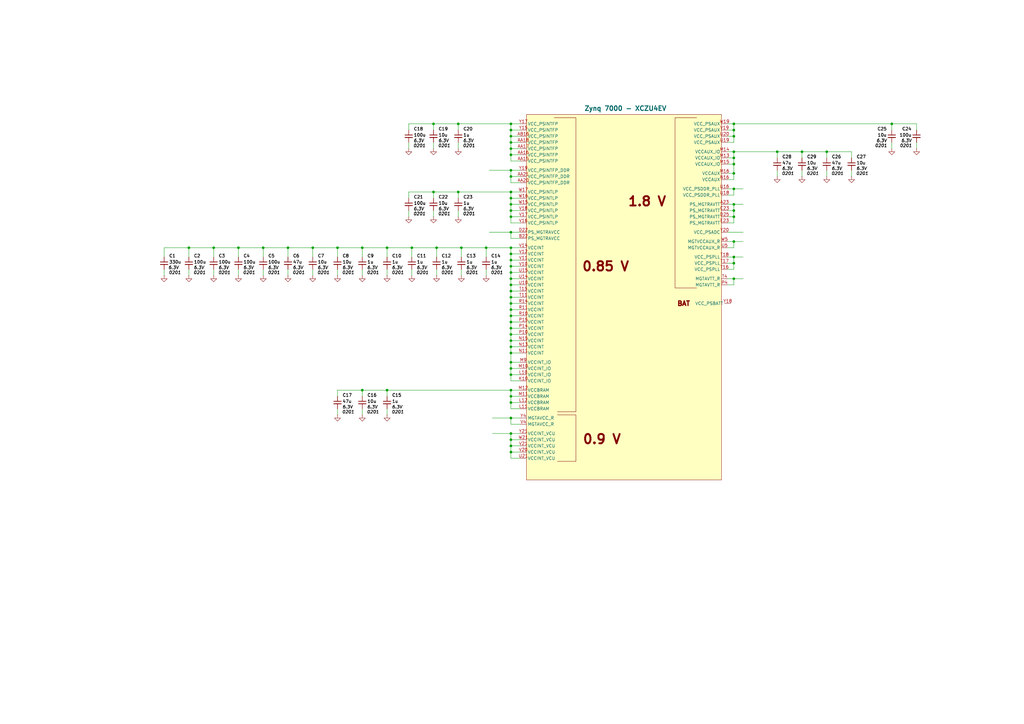
<source format=kicad_sch>
(kicad_sch (version 20250114) (generator "eeschema") (generator_version "9.0")
  (paper "A3")
  (junction (at 209.55 111.76))
  (junction (at 209.55 63.5))
  (junction (at 209.55 165.1))
  (junction (at 300.99 50.8))
  (junction (at 300.99 77.47))
  (junction (at 209.55 160.02))
  (junction (at 209.55 72.39))
  (junction (at 209.55 88.9))
  (junction (at 209.55 95.25))
  (junction (at 209.55 106.68))
  (junction (at 209.55 109.22))
  (junction (at 118.11 101.6))
  (junction (at 209.55 171.45))
  (junction (at 128.27 101.6))
  (junction (at 209.55 60.96))
  (junction (at 328.93 62.23))
  (junction (at 209.55 119.38))
  (junction (at 209.55 182.88))
  (junction (at 209.55 177.8))
  (junction (at 209.55 132.08))
  (junction (at 148.59 101.6))
  (junction (at 209.55 121.92))
  (junction (at 87.63 101.6))
  (junction (at 209.55 185.42))
  (junction (at 209.55 69.85))
  (junction (at 209.55 137.16))
  (junction (at 300.99 114.3))
  (junction (at 209.55 180.34))
  (junction (at 209.55 139.7))
  (junction (at 300.99 55.88))
  (junction (at 209.55 53.34))
  (junction (at 365.76 50.8))
  (junction (at 209.55 101.6))
  (junction (at 300.99 105.41))
  (junction (at 177.8 50.8))
  (junction (at 300.99 86.36))
  (junction (at 300.99 64.77))
  (junction (at 300.99 53.34))
  (junction (at 209.55 104.14))
  (junction (at 187.96 50.8))
  (junction (at 300.99 62.23))
  (junction (at 300.99 88.9))
  (junction (at 209.55 114.3))
  (junction (at 209.55 50.8))
  (junction (at 168.91 101.6))
  (junction (at 209.55 142.24))
  (junction (at 209.55 55.88))
  (junction (at 97.79 101.6))
  (junction (at 158.75 101.6))
  (junction (at 300.99 99.06))
  (junction (at 209.55 151.13))
  (junction (at 199.39 101.6))
  (junction (at 138.43 101.6))
  (junction (at 209.55 116.84))
  (junction (at 209.55 127))
  (junction (at 209.55 58.42))
  (junction (at 209.55 129.54))
  (junction (at 107.95 101.6))
  (junction (at 300.99 67.31))
  (junction (at 177.8 78.74))
  (junction (at 300.99 107.95))
  (junction (at 209.55 83.82))
  (junction (at 189.23 101.6))
  (junction (at 77.47 101.6))
  (junction (at 209.55 86.36))
  (junction (at 300.99 83.82))
  (junction (at 318.77 62.23))
  (junction (at 300.99 71.12))
  (junction (at 179.07 101.6))
  (junction (at 339.09 62.23))
  (junction (at 209.55 153.67))
  (junction (at 187.96 78.74))
  (junction (at 209.55 144.78))
  (junction (at 209.55 148.59))
  (junction (at 148.59 160.02))
  (junction (at 209.55 134.62))
  (junction (at 209.55 81.28))
  (junction (at 209.55 162.56))
  (junction (at 209.55 124.46))
  (junction (at 209.55 78.74))
  (junction (at 158.75 160.02))
  (wire (pts (xy 209.55 180.34) (xy 213.36 180.34)))
  (wire (pts (xy 328.93 72.39) (xy 328.93 69.85)))
  (wire (pts (xy 209.55 132.08) (xy 213.36 132.08)))
  (wire (pts (xy 300.99 58.42) (xy 300.99 55.88)))
  (wire (pts (xy 209.55 119.38) (xy 213.36 119.38)))
  (wire (pts (xy 179.07 101.6) (xy 179.07 105.41)))
  (wire (pts (xy 300.99 105.41) (xy 304.8 105.41)))
  (wire (pts (xy 209.55 132.08) (xy 209.55 129.54)))
  (wire (pts (xy 209.55 101.6) (xy 213.36 101.6)))
  (wire (pts (xy 298.45 114.3) (xy 300.99 114.3)))
  (wire (pts (xy 209.55 72.39) (xy 213.36 72.39)))
  (wire (pts (xy 349.25 72.39) (xy 349.25 69.85)))
  (wire (pts (xy 118.11 101.6) (xy 107.95 101.6)))
  (wire (pts (xy 209.55 134.62) (xy 213.36 134.62)))
  (wire (pts (xy 209.55 137.16) (xy 209.55 134.62)))
  (wire (pts (xy 300.99 110.49) (xy 298.45 110.49)))
  (wire (pts (xy 179.07 101.6) (xy 168.91 101.6)))
  (wire (pts (xy 199.39 101.6) (xy 199.39 105.41)))
  (wire (pts (xy 158.75 160.02) (xy 209.55 160.02)))
  (wire (pts (xy 298.45 83.82) (xy 300.99 83.82)))
  (wire (pts (xy 209.55 81.28) (xy 209.55 78.74)))
  (wire (pts (xy 300.99 116.84) (xy 300.99 114.3)))
  (wire (pts (xy 209.55 53.34) (xy 209.55 55.88)))
  (wire (pts (xy 209.55 127) (xy 209.55 124.46)))
  (wire (pts (xy 87.63 101.6) (xy 87.63 105.41)))
  (wire (pts (xy 209.55 187.96) (xy 209.55 185.42)))
  (wire (pts (xy 300.99 91.44) (xy 300.99 88.9)))
  (wire (pts (xy 177.8 78.74) (xy 177.8 81.28)))
  (wire (pts (xy 318.77 72.39) (xy 318.77 69.85)))
  (wire (pts (xy 199.39 101.6) (xy 209.55 101.6)))
  (wire (pts (xy 298.45 95.25) (xy 304.8 95.25)))
  (wire (pts (xy 209.55 60.96) (xy 213.36 60.96)))
  (wire (pts (xy 209.55 153.67) (xy 213.36 153.67)))
  (wire (pts (xy 158.75 160.02) (xy 158.75 162.56)))
  (wire (pts (xy 167.64 60.96) (xy 167.64 58.42)))
  (wire (pts (xy 209.55 162.56) (xy 209.55 160.02)))
  (wire (pts (xy 209.55 156.21) (xy 209.55 153.67)))
  (wire (pts (xy 209.55 171.45) (xy 213.36 171.45)))
  (wire (pts (xy 148.59 160.02) (xy 158.75 160.02)))
  (wire (pts (xy 179.07 113.03) (xy 179.07 110.49)))
  (wire (pts (xy 209.55 86.36) (xy 213.36 86.36)))
  (wire (pts (xy 209.55 50.8) (xy 209.55 53.34)))
  (wire (pts (xy 67.31 101.6) (xy 67.31 105.41)))
  (wire (pts (xy 118.11 101.6) (xy 118.11 105.41)))
  (wire (pts (xy 375.92 50.8) (xy 365.76 50.8)))
  (wire (pts (xy 209.55 60.96) (xy 209.55 58.42)))
  (wire (pts (xy 209.55 177.8) (xy 213.36 177.8)))
  (wire (pts (xy 298.45 86.36) (xy 300.99 86.36)))
  (wire (pts (xy 168.91 101.6) (xy 168.91 105.41)))
  (wire (pts (xy 209.55 58.42) (xy 213.36 58.42)))
  (wire (pts (xy 187.96 60.96) (xy 187.96 58.42)))
  (wire (pts (xy 209.55 116.84) (xy 209.55 114.3)))
  (wire (pts (xy 209.55 185.42) (xy 209.55 182.88)))
  (wire (pts (xy 77.47 113.03) (xy 77.47 110.49)))
  (wire (pts (xy 138.43 113.03) (xy 138.43 110.49)))
  (wire (pts (xy 298.45 77.47) (xy 300.99 77.47)))
  (wire (pts (xy 209.55 109.22) (xy 209.55 106.68)))
  (wire (pts (xy 213.36 91.44) (xy 209.55 91.44)))
  (wire (pts (xy 318.77 62.23) (xy 328.93 62.23)))
  (wire (pts (xy 209.55 129.54) (xy 213.36 129.54)))
  (wire (pts (xy 189.23 101.6) (xy 199.39 101.6)))
  (wire (pts (xy 209.55 139.7) (xy 213.36 139.7)))
  (wire (pts (xy 187.96 50.8) (xy 187.96 53.34)))
  (wire (pts (xy 209.55 78.74) (xy 213.36 78.74)))
  (wire (pts (xy 107.95 101.6) (xy 107.95 105.41)))
  (wire (pts (xy 209.55 167.64) (xy 209.55 165.1)))
  (wire (pts (xy 300.99 67.31) (xy 298.45 67.31)))
  (wire (pts (xy 300.99 64.77) (xy 300.99 67.31)))
  (wire (pts (xy 209.55 177.8) (xy 201.93 177.8)))
  (wire (pts (xy 339.09 72.39) (xy 339.09 69.85)))
  (wire (pts (xy 300.99 99.06) (xy 304.8 99.06)))
  (wire (pts (xy 148.59 170.18) (xy 148.59 167.64)))
  (wire (pts (xy 365.76 50.8) (xy 365.76 53.34)))
  (wire (pts (xy 128.27 113.03) (xy 128.27 110.49)))
  (wire (pts (xy 77.47 101.6) (xy 87.63 101.6)))
  (wire (pts (xy 209.55 106.68) (xy 209.55 104.14)))
  (wire (pts (xy 97.79 101.6) (xy 97.79 105.41)))
  (wire (pts (xy 158.75 170.18) (xy 158.75 167.64)))
  (wire (pts (xy 300.99 105.41) (xy 300.99 107.95)))
  (wire (pts (xy 213.36 97.79) (xy 209.55 97.79)))
  (wire (pts (xy 209.55 97.79) (xy 209.55 95.25)))
  (wire (pts (xy 209.55 127) (xy 213.36 127)))
  (wire (pts (xy 209.55 53.34) (xy 213.36 53.34)))
  (wire (pts (xy 138.43 101.6) (xy 128.27 101.6)))
  (wire (pts (xy 177.8 50.8) (xy 177.8 53.34)))
  (wire (pts (xy 209.55 111.76) (xy 213.36 111.76)))
  (wire (pts (xy 177.8 50.8) (xy 187.96 50.8)))
  (wire (pts (xy 167.64 78.74) (xy 167.64 81.28)))
  (wire (pts (xy 209.55 151.13) (xy 209.55 148.59)))
  (wire (pts (xy 118.11 113.03) (xy 118.11 110.49)))
  (wire (pts (xy 209.55 114.3) (xy 213.36 114.3)))
  (wire (pts (xy 298.45 105.41) (xy 300.99 105.41)))
  (wire (pts (xy 349.25 64.77) (xy 349.25 62.23)))
  (wire (pts (xy 168.91 113.03) (xy 168.91 110.49)))
  (wire (pts (xy 209.55 142.24) (xy 209.55 139.7)))
  (wire (pts (xy 328.93 62.23) (xy 339.09 62.23)))
  (wire (pts (xy 167.64 50.8) (xy 167.64 53.34)))
  (wire (pts (xy 209.55 151.13) (xy 213.36 151.13)))
  (wire (pts (xy 148.59 101.6) (xy 138.43 101.6)))
  (wire (pts (xy 213.36 74.93) (xy 209.55 74.93)))
  (wire (pts (xy 300.99 114.3) (xy 304.8 114.3)))
  (wire (pts (xy 209.55 111.76) (xy 209.55 109.22)))
  (wire (pts (xy 209.55 114.3) (xy 209.55 111.76)))
  (wire (pts (xy 209.55 182.88) (xy 213.36 182.88)))
  (wire (pts (xy 209.55 180.34) (xy 209.55 177.8)))
  (wire (pts (xy 209.55 185.42) (xy 213.36 185.42)))
  (wire (pts (xy 209.55 124.46) (xy 209.55 121.92)))
  (wire (pts (xy 209.55 104.14) (xy 213.36 104.14)))
  (wire (pts (xy 128.27 101.6) (xy 118.11 101.6)))
  (wire (pts (xy 300.99 73.66) (xy 300.99 71.12)))
  (wire (pts (xy 209.55 148.59) (xy 213.36 148.59)))
  (wire (pts (xy 177.8 60.96) (xy 177.8 58.42)))
  (wire (pts (xy 365.76 60.96) (xy 365.76 58.42)))
  (wire (pts (xy 209.55 119.38) (xy 209.55 116.84)))
  (wire (pts (xy 148.59 101.6) (xy 158.75 101.6)))
  (wire (pts (xy 375.92 60.96) (xy 375.92 58.42)))
  (wire (pts (xy 300.99 62.23) (xy 318.77 62.23)))
  (wire (pts (xy 300.99 86.36) (xy 300.99 83.82)))
  (wire (pts (xy 189.23 101.6) (xy 189.23 105.41)))
  (wire (pts (xy 148.59 113.03) (xy 148.59 110.49)))
  (wire (pts (xy 298.45 101.6) (xy 300.99 101.6)))
  (wire (pts (xy 200.66 69.85) (xy 209.55 69.85)))
  (wire (pts (xy 158.75 113.03) (xy 158.75 110.49)))
  (wire (pts (xy 209.55 116.84) (xy 213.36 116.84)))
  (wire (pts (xy 209.55 86.36) (xy 209.55 83.82)))
  (wire (pts (xy 128.27 101.6) (xy 128.27 105.41)))
  (wire (pts (xy 213.36 187.96) (xy 209.55 187.96)))
  (wire (pts (xy 298.45 64.77) (xy 300.99 64.77)))
  (wire (pts (xy 339.09 64.77) (xy 339.09 62.23)))
  (wire (pts (xy 328.93 62.23) (xy 328.93 64.77)))
  (wire (pts (xy 200.66 95.25) (xy 209.55 95.25)))
  (wire (pts (xy 209.55 83.82) (xy 209.55 81.28)))
  (wire (pts (xy 209.55 144.78) (xy 213.36 144.78)))
  (wire (pts (xy 209.55 121.92) (xy 209.55 119.38)))
  (wire (pts (xy 199.39 113.03) (xy 199.39 110.49)))
  (wire (pts (xy 187.96 88.9) (xy 187.96 86.36)))
  (wire (pts (xy 187.96 50.8) (xy 209.55 50.8)))
  (wire (pts (xy 209.55 134.62) (xy 209.55 132.08)))
  (wire (pts (xy 77.47 101.6) (xy 77.47 105.41)))
  (wire (pts (xy 298.45 62.23) (xy 300.99 62.23)))
  (wire (pts (xy 300.99 99.06) (xy 298.45 99.06)))
  (wire (pts (xy 213.36 156.21) (xy 209.55 156.21)))
  (wire (pts (xy 209.55 137.16) (xy 213.36 137.16)))
  (wire (pts (xy 87.63 113.03) (xy 87.63 110.49)))
  (wire (pts (xy 187.96 78.74) (xy 187.96 81.28)))
  (wire (pts (xy 213.36 173.99) (xy 209.55 173.99)))
  (wire (pts (xy 209.55 124.46) (xy 213.36 124.46)))
  (wire (pts (xy 209.55 66.04) (xy 209.55 63.5)))
  (wire (pts (xy 298.45 55.88) (xy 300.99 55.88)))
  (wire (pts (xy 209.55 162.56) (xy 213.36 162.56)))
  (wire (pts (xy 209.55 121.92) (xy 213.36 121.92)))
  (wire (pts (xy 209.55 109.22) (xy 213.36 109.22)))
  (wire (pts (xy 298.45 58.42) (xy 300.99 58.42)))
  (wire (pts (xy 298.45 50.8) (xy 300.99 50.8)))
  (wire (pts (xy 209.55 165.1) (xy 209.55 162.56)))
  (wire (pts (xy 209.55 83.82) (xy 213.36 83.82)))
  (wire (pts (xy 209.55 139.7) (xy 209.55 137.16)))
  (wire (pts (xy 300.99 50.8) (xy 365.76 50.8)))
  (wire (pts (xy 300.99 55.88) (xy 300.99 53.34)))
  (wire (pts (xy 158.75 101.6) (xy 168.91 101.6)))
  (wire (pts (xy 300.99 80.01) (xy 300.99 77.47)))
  (wire (pts (xy 209.55 81.28) (xy 213.36 81.28)))
  (wire (pts (xy 201.93 171.45) (xy 209.55 171.45)))
  (wire (pts (xy 213.36 167.64) (xy 209.55 167.64)))
  (wire (pts (xy 298.45 107.95) (xy 300.99 107.95)))
  (wire (pts (xy 107.95 101.6) (xy 97.79 101.6)))
  (wire (pts (xy 349.25 62.23) (xy 339.09 62.23)))
  (wire (pts (xy 177.8 78.74) (xy 187.96 78.74)))
  (wire (pts (xy 138.43 160.02) (xy 148.59 160.02)))
  (wire (pts (xy 138.43 101.6) (xy 138.43 105.41)))
  (wire (pts (xy 67.31 113.03) (xy 67.31 110.49)))
  (wire (pts (xy 187.96 78.74) (xy 209.55 78.74)))
  (wire (pts (xy 298.45 71.12) (xy 300.99 71.12)))
  (wire (pts (xy 300.99 83.82) (xy 304.8 83.82)))
  (wire (pts (xy 300.99 101.6) (xy 300.99 99.06)))
  (wire (pts (xy 300.99 107.95) (xy 300.99 110.49)))
  (wire (pts (xy 375.92 50.8) (xy 375.92 53.34)))
  (wire (pts (xy 158.75 101.6) (xy 158.75 105.41)))
  (wire (pts (xy 209.55 50.8) (xy 213.36 50.8)))
  (wire (pts (xy 97.79 113.03) (xy 97.79 110.49)))
  (wire (pts (xy 300.99 67.31) (xy 300.99 71.12)))
  (wire (pts (xy 209.55 144.78) (xy 209.55 142.24)))
  (wire (pts (xy 67.31 101.6) (xy 77.47 101.6)))
  (wire (pts (xy 209.55 88.9) (xy 209.55 86.36)))
  (wire (pts (xy 298.45 73.66) (xy 300.99 73.66)))
  (wire (pts (xy 167.64 50.8) (xy 177.8 50.8)))
  (wire (pts (xy 209.55 106.68) (xy 213.36 106.68)))
  (wire (pts (xy 179.07 101.6) (xy 189.23 101.6)))
  (wire (pts (xy 189.23 113.03) (xy 189.23 110.49)))
  (wire (pts (xy 298.45 80.01) (xy 300.99 80.01)))
  (wire (pts (xy 177.8 88.9) (xy 177.8 86.36)))
  (wire (pts (xy 300.99 62.23) (xy 300.99 64.77)))
  (wire (pts (xy 300.99 53.34) (xy 300.99 50.8)))
  (wire (pts (xy 148.59 101.6) (xy 148.59 105.41)))
  (wire (pts (xy 298.45 116.84) (xy 300.99 116.84)))
  (wire (pts (xy 209.55 129.54) (xy 209.55 127)))
  (wire (pts (xy 209.55 69.85) (xy 213.36 69.85)))
  (wire (pts (xy 298.45 88.9) (xy 300.99 88.9)))
  (wire (pts (xy 209.55 88.9) (xy 213.36 88.9)))
  (wire (pts (xy 138.43 170.18) (xy 138.43 167.64)))
  (wire (pts (xy 167.64 88.9) (xy 167.64 86.36)))
  (wire (pts (xy 318.77 62.23) (xy 318.77 64.77)))
  (wire (pts (xy 209.55 74.93) (xy 209.55 72.39)))
  (wire (pts (xy 209.55 95.25) (xy 213.36 95.25)))
  (wire (pts (xy 298.45 91.44) (xy 300.99 91.44)))
  (wire (pts (xy 87.63 101.6) (xy 97.79 101.6)))
  (wire (pts (xy 209.55 72.39) (xy 209.55 69.85)))
  (wire (pts (xy 209.55 91.44) (xy 209.55 88.9)))
  (wire (pts (xy 148.59 160.02) (xy 148.59 162.56)))
  (wire (pts (xy 209.55 160.02) (xy 213.36 160.02)))
  (wire (pts (xy 209.55 173.99) (xy 209.55 171.45)))
  (wire (pts (xy 209.55 142.24) (xy 213.36 142.24)))
  (wire (pts (xy 209.55 55.88) (xy 213.36 55.88)))
  (wire (pts (xy 167.64 78.74) (xy 177.8 78.74)))
  (wire (pts (xy 209.55 182.88) (xy 209.55 180.34)))
  (wire (pts (xy 209.55 104.14) (xy 209.55 101.6)))
  (wire (pts (xy 300.99 77.47) (xy 304.8 77.47)))
  (wire (pts (xy 209.55 66.04) (xy 213.36 66.04)))
  (wire (pts (xy 209.55 58.42) (xy 209.55 55.88)))
  (wire (pts (xy 209.55 63.5) (xy 213.36 63.5)))
  (wire (pts (xy 209.55 165.1) (xy 213.36 165.1)))
  (wire (pts (xy 107.95 113.03) (xy 107.95 110.49)))
  (wire (pts (xy 209.55 63.5) (xy 209.55 60.96)))
  (wire (pts (xy 209.55 153.67) (xy 209.55 151.13)))
  (wire (pts (xy 138.43 160.02) (xy 138.43 162.56)))
  (wire (pts (xy 300.99 88.9) (xy 300.99 86.36)))
  (wire (pts (xy 298.45 53.34) (xy 300.99 53.34)))
  (wire (pts (xy 209.55 144.78) (xy 209.55 148.59)))
  (symbol (lib_id "Device:C_Small") (at 177.8 55.88 0) (unit 1)
    (property "Reference" "C19" (at 179.832 52.832 0) (effects (font (thickness 0.1588)) (justify left)))
    (property "Value" "10u" (at 179.832 55.372 0) (effects (font (thickness 0.1588)) (justify left)))
    (property "MPN" "2" (effects (hide yes)))
    (property "Voltage rating" "6.3V" (at 181.864 57.658 0) (effects (font (thickness 0.1588) (italic yes))))
    (property "Size" "0201" (at 182.118 59.69 0) (effects (font (thickness 0.1588) (italic yes))))
  )
  (symbol (lib_id "power:GND") (at 77.47 113.03 0) (unit 1)
    (property "Reference" "#PWR02" (effects (hide yes)))
    (property "Value" "GND" (effects (hide yes)))
    (property "Description" "Power symbol creates a global label with name \"GND\" , ground" (effects (hide yes)))
  )
  (symbol (lib_id "power:GND") (at 328.93 72.39 0) (mirror y) (unit 1)
    (property "Reference" "#PWR029" (effects (hide yes)))
    (property "Value" "GND" (effects (hide yes)))
    (property "Description" "Power symbol creates a global label with name \"GND\" , ground" (effects (hide yes)))
  )
  (symbol (lib_id "Device:C_Small") (at 87.63 107.95 0) (unit 1)
    (property "Reference" "C3" (at 89.662 104.902 0) (effects (font (thickness 0.1588)) (justify left)))
    (property "Value" "100u" (at 89.662 107.442 0) (effects (font (thickness 0.1588)) (justify left)))
    (property "MPN" "2" (effects (hide yes)))
    (property "Voltage rating" "6.3V" (at 91.694 109.728 0) (effects (font (thickness 0.1588) (italic yes))))
    (property "Size" "0201" (at 91.948 111.76 0) (effects (font (thickness 0.1588) (italic yes))))
  )
  (symbol (lib_id "power:GND") (at 158.75 170.18 0) (unit 1)
    (property "Reference" "#PWR017" (effects (hide yes)))
    (property "Value" "GND" (effects (hide yes)))
    (property "Description" "Power symbol creates a global label with name \"GND\" , ground" (effects (hide yes)))
  )
  (symbol (lib_id "power:GND") (at 339.09 72.39 0) (mirror y) (unit 1)
    (property "Reference" "#PWR026" (effects (hide yes)))
    (property "Value" "GND" (effects (hide yes)))
    (property "Description" "Power symbol creates a global label with name \"GND\" , ground" (effects (hide yes)))
  )
  (symbol (lib_id "Device:C_Small") (at 199.39 107.95 0) (unit 1)
    (property "Reference" "C14" (at 201.422 104.902 0) (effects (font (thickness 0.1588)) (justify left)))
    (property "Value" "1u" (at 201.422 107.442 0) (effects (font (thickness 0.1588)) (justify left)))
    (property "MPN" "2" (effects (hide yes)))
    (property "Voltage rating" "6.3V" (at 203.454 109.728 0) (effects (font (thickness 0.1588) (italic yes))))
    (property "Size" "0201" (at 203.708 111.76 0) (effects (font (thickness 0.1588) (italic yes))))
  )
  (symbol (lib_id "Device:C_Small") (at 107.95 107.95 0) (unit 1)
    (property "Reference" "C5" (at 109.982 104.902 0) (effects (font (thickness 0.1588)) (justify left)))
    (property "Value" "100u" (at 109.982 107.442 0) (effects (font (thickness 0.1588)) (justify left)))
    (property "MPN" "2" (effects (hide yes)))
    (property "Voltage rating" "6.3V" (at 112.014 109.728 0) (effects (font (thickness 0.1588) (italic yes))))
    (property "Size" "0201" (at 112.268 111.76 0) (effects (font (thickness 0.1588) (italic yes))))
  )
  (symbol (lib_id "Device:C_Small") (at 187.96 55.88 0) (unit 1)
    (property "Reference" "C20" (at 189.992 52.832 0) (effects (font (thickness 0.1588)) (justify left)))
    (property "Value" "1u" (at 189.992 55.372 0) (effects (font (thickness 0.1588)) (justify left)))
    (property "MPN" "2" (effects (hide yes)))
    (property "Voltage rating" "6.3V" (at 192.024 57.658 0) (effects (font (thickness 0.1588) (italic yes))))
    (property "Size" "0201" (at 192.278 59.69 0) (effects (font (thickness 0.1588) (italic yes))))
  )
  (symbol (lib_id "Device:C_Small") (at 67.31 107.95 0) (unit 1)
    (property "Reference" "C1" (at 69.342 104.902 0) (effects (font (thickness 0.1588)) (justify left)))
    (property "Value" "330u" (at 69.342 107.442 0) (effects (font (thickness 0.1588)) (justify left)))
    (property "MPN" "2" (effects (hide yes)))
    (property "Voltage rating" "6.3V" (at 71.12 109.728 0) (effects (font (thickness 0.1588) (italic yes))))
    (property "Size" "0201" (at 71.628 111.76 0) (effects (font (thickness 0.1588) (italic yes))))
  )
  (symbol (lib_id "Device:C_Small") (at 77.47 107.95 0) (unit 1)
    (property "Reference" "C2" (at 79.502 104.902 0) (effects (font (thickness 0.1588)) (justify left)))
    (property "Value" "100u" (at 79.502 107.442 0) (effects (font (thickness 0.1588)) (justify left)))
    (property "MPN" "2" (effects (hide yes)))
    (property "Voltage rating" "6.3V" (at 81.534 109.728 0) (effects (font (thickness 0.1588) (italic yes))))
    (property "Size" "0201" (at 81.788 111.76 0) (effects (font (thickness 0.1588) (italic yes))))
  )
  (symbol (lib_id "power:GND") (at 318.77 72.39 0) (mirror y) (unit 1)
    (property "Reference" "#PWR028" (effects (hide yes)))
    (property "Value" "GND" (effects (hide yes)))
    (property "Description" "Power symbol creates a global label with name \"GND\" , ground" (effects (hide yes)))
  )
  (symbol (lib_id "power:GND") (at 177.8 88.9 0) (unit 1)
    (property "Reference" "#PWR022" (effects (hide yes)))
    (property "Value" "GND" (effects (hide yes)))
    (property "Description" "Power symbol creates a global label with name \"GND\" , ground" (effects (hide yes)))
  )
  (symbol (lib_id "power:GND") (at 138.43 170.18 0) (unit 1)
    (property "Reference" "#PWR015" (effects (hide yes)))
    (property "Value" "GND" (effects (hide yes)))
    (property "Description" "Power symbol creates a global label with name \"GND\" , ground" (effects (hide yes)))
  )
  (symbol (lib_id "power:GND") (at 167.64 60.96 0) (unit 1)
    (property "Reference" "#PWR018" (effects (hide yes)))
    (property "Value" "GND" (effects (hide yes)))
    (property "Description" "Power symbol creates a global label with name \"GND\" , ground" (effects (hide yes)))
  )
  (symbol (lib_id "power:GND") (at 67.31 113.03 0) (unit 1)
    (property "Reference" "#PWR01" (effects (hide yes)))
    (property "Value" "GND" (effects (hide yes)))
    (property "Description" "Power symbol creates a global label with name \"GND\" , ground" (effects (hide yes)))
  )
  (symbol (lib_id "Device:C_Small") (at 97.79 107.95 0) (unit 1)
    (property "Reference" "C4" (at 99.822 104.902 0) (effects (font (thickness 0.1588)) (justify left)))
    (property "Value" "100u" (at 99.822 107.442 0) (effects (font (thickness 0.1588)) (justify left)))
    (property "MPN" "2" (effects (hide yes)))
    (property "Voltage rating" "6.3V" (at 101.854 109.728 0) (effects (font (thickness 0.1588) (italic yes))))
    (property "Size" "0201" (at 102.108 111.76 0) (effects (font (thickness 0.1588) (italic yes))))
  )
  (symbol (lib_id "Device:C_Small") (at 177.8 83.82 0) (unit 1)
    (property "Reference" "C22" (at 179.832 80.772 0) (effects (font (thickness 0.1588)) (justify left)))
    (property "Value" "10u" (at 179.832 83.312 0) (effects (font (thickness 0.1588)) (justify left)))
    (property "MPN" "2" (effects (hide yes)))
    (property "Voltage rating" "6.3V" (at 181.864 85.598 0) (effects (font (thickness 0.1588) (italic yes))))
    (property "Size" "0201" (at 182.118 87.63 0) (effects (font (thickness 0.1588) (italic yes))))
  )
  (symbol (lib_id "Device:C_Small") (at 168.91 107.95 0) (unit 1)
    (property "Reference" "C11" (at 170.942 104.902 0) (effects (font (thickness 0.1588)) (justify left)))
    (property "Value" "1u" (at 170.942 107.442 0) (effects (font (thickness 0.1588)) (justify left)))
    (property "MPN" "2" (effects (hide yes)))
    (property "Voltage rating" "6.3V" (at 172.974 109.728 0) (effects (font (thickness 0.1588) (italic yes))))
    (property "Size" "0201" (at 173.228 111.76 0) (effects (font (thickness 0.1588) (italic yes))))
  )
  (symbol (lib_id "Device:C_Small") (at 187.96 83.82 0) (unit 1)
    (property "Reference" "C23" (at 189.992 80.772 0) (effects (font (thickness 0.1588)) (justify left)))
    (property "Value" "1u" (at 189.992 83.312 0) (effects (font (thickness 0.1588)) (justify left)))
    (property "MPN" "2" (effects (hide yes)))
    (property "Voltage rating" "6.3V" (at 192.024 85.598 0) (effects (font (thickness 0.1588) (italic yes))))
    (property "Size" "0201" (at 192.278 87.63 0) (effects (font (thickness 0.1588) (italic yes))))
  )
  (symbol (lib_id "Device:C_Small") (at 318.77 67.31 0) (unit 1)
    (property "Reference" "C28" (at 320.802 64.262 0) (effects (font (thickness 0.1588)) (justify left)))
    (property "Value" "47u" (at 320.802 66.802 0) (effects (font (thickness 0.1588)) (justify left)))
    (property "MPN" "2" (effects (hide yes)))
    (property "Voltage rating" "6.3V" (at 322.834 69.088 0) (effects (font (thickness 0.1588) (italic yes))))
    (property "Size" "0201" (at 323.088 71.12 0) (effects (font (thickness 0.1588) (italic yes))))
  )
  (symbol (lib_id "power:GND") (at 167.64 88.9 0) (unit 1)
    (property "Reference" "#PWR021" (effects (hide yes)))
    (property "Value" "GND" (effects (hide yes)))
    (property "Description" "Power symbol creates a global label with name \"GND\" , ground" (effects (hide yes)))
  )
  (symbol (lib_id "Device:C_Small") (at 118.11 107.95 0) (unit 1)
    (property "Reference" "C6" (at 120.142 104.902 0) (effects (font (thickness 0.1588)) (justify left)))
    (property "Value" "47u" (at 120.142 107.442 0) (effects (font (thickness 0.1588)) (justify left)))
    (property "MPN" "2" (effects (hide yes)))
    (property "Voltage rating" "6.3V" (at 122.174 109.728 0) (effects (font (thickness 0.1588) (italic yes))))
    (property "Size" "0201" (at 122.428 111.76 0) (effects (font (thickness 0.1588) (italic yes))))
  )
  (symbol (lib_id "Device:C_Small") (at 375.92 55.88 0) (mirror y) (unit 1)
    (property "Reference" "C24" (at 373.888 52.832 0) (effects (font (thickness 0.1588)) (justify left)))
    (property "Value" "100u" (at 373.888 55.372 0) (effects (font (thickness 0.1588)) (justify left)))
    (property "MPN" "2" (effects (hide yes)))
    (property "Voltage rating" "6.3V" (at 371.856 57.658 0) (effects (font (thickness 0.1588) (italic yes))))
    (property "Size" "0201" (at 371.602 59.69 0) (effects (font (thickness 0.1588) (italic yes))))
  )
  (symbol (lib_id "power:GND") (at 179.07 113.03 0) (unit 1)
    (property "Reference" "#PWR012" (effects (hide yes)))
    (property "Value" "GND" (effects (hide yes)))
    (property "Description" "Power symbol creates a global label with name \"GND\" , ground" (effects (hide yes)))
  )
  (symbol (lib_id "Device:C_Small") (at 328.93 67.31 0) (unit 1)
    (property "Reference" "C29" (at 330.962 64.262 0) (effects (font (thickness 0.1588)) (justify left)))
    (property "Value" "10u" (at 330.962 66.802 0) (effects (font (thickness 0.1588)) (justify left)))
    (property "MPN" "2" (effects (hide yes)))
    (property "Voltage rating" "6.3V" (at 332.994 69.088 0) (effects (font (thickness 0.1588) (italic yes))))
    (property "Size" "0201" (at 333.248 71.12 0) (effects (font (thickness 0.1588) (italic yes))))
  )
  (symbol (lib_id "Device:C_Small") (at 148.59 107.95 0) (unit 1)
    (property "Reference" "C9" (at 150.622 104.902 0) (effects (font (thickness 0.1588)) (justify left)))
    (property "Value" "1u" (at 150.622 107.442 0) (effects (font (thickness 0.1588)) (justify left)))
    (property "MPN" "2" (effects (hide yes)))
    (property "Voltage rating" "6.3V" (at 152.654 109.728 0) (effects (font (thickness 0.1588) (italic yes))))
    (property "Size" "0201" (at 152.908 111.76 0) (effects (font (thickness 0.1588) (italic yes))))
  )
  (symbol (lib_id "power:GND") (at 87.63 113.03 0) (unit 1)
    (property "Reference" "#PWR03" (effects (hide yes)))
    (property "Value" "GND" (effects (hide yes)))
    (property "Description" "Power symbol creates a global label with name \"GND\" , ground" (effects (hide yes)))
  )
  (symbol (lib_id "power:GND") (at 168.91 113.03 0) (unit 1)
    (property "Reference" "#PWR011" (effects (hide yes)))
    (property "Value" "GND" (effects (hide yes)))
    (property "Description" "Power symbol creates a global label with name \"GND\" , ground" (effects (hide yes)))
  )
  (symbol (lib_id "Device:C_Small") (at 365.76 55.88 0) (mirror y) (unit 1)
    (property "Reference" "C25" (at 363.728 52.832 0) (effects (font (thickness 0.1588)) (justify left)))
    (property "Value" "10u" (at 363.728 55.372 0) (effects (font (thickness 0.1588)) (justify left)))
    (property "MPN" "2" (effects (hide yes)))
    (property "Voltage rating" "6.3V" (at 361.696 57.658 0) (effects (font (thickness 0.1588) (italic yes))))
    (property "Size" "0201" (at 361.442 59.69 0) (effects (font (thickness 0.1588) (italic yes))))
  )
  (symbol (lib_id "Device:C_Small") (at 158.75 165.1 0) (unit 1)
    (property "Reference" "C15" (at 160.782 162.052 0) (effects (font (thickness 0.1588)) (justify left)))
    (property "Value" "1u" (at 160.782 164.592 0) (effects (font (thickness 0.1588)) (justify left)))
    (property "MPN" "2" (effects (hide yes)))
    (property "Voltage rating" "6.3V" (at 162.814 166.878 0) (effects (font (thickness 0.1588) (italic yes))))
    (property "Size" "0201" (at 163.068 168.91 0) (effects (font (thickness 0.1588) (italic yes))))
  )
  (symbol (lib_id "Device:C_Small") (at 179.07 107.95 0) (unit 1)
    (property "Reference" "C12" (at 181.102 104.902 0) (effects (font (thickness 0.1588)) (justify left)))
    (property "Value" "1u" (at 181.102 107.442 0) (effects (font (thickness 0.1588)) (justify left)))
    (property "MPN" "2" (effects (hide yes)))
    (property "Voltage rating" "6.3V" (at 183.134 109.728 0) (effects (font (thickness 0.1588) (italic yes))))
    (property "Size" "0201" (at 183.388 111.76 0) (effects (font (thickness 0.1588) (italic yes))))
  )
  (symbol (lib_id "power:GND") (at 349.25 72.39 0) (mirror y) (unit 1)
    (property "Reference" "#PWR027" (effects (hide yes)))
    (property "Value" "GND" (effects (hide yes)))
    (property "Description" "Power symbol creates a global label with name \"GND\" , ground" (effects (hide yes)))
  )
  (symbol (lib_id "Device:C_Small") (at 339.09 67.31 0) (unit 1)
    (property "Reference" "C26" (at 341.122 64.262 0) (effects (font (thickness 0.1588)) (justify left)))
    (property "Value" "47u" (at 341.122 66.802 0) (effects (font (thickness 0.1588)) (justify left)))
    (property "MPN" "2" (effects (hide yes)))
    (property "Voltage rating" "6.3V" (at 343.154 69.088 0) (effects (font (thickness 0.1588) (italic yes))))
    (property "Size" "0201" (at 343.408 71.12 0) (effects (font (thickness 0.1588) (italic yes))))
  )
  (symbol (lib_id "Device:C_Small") (at 167.64 55.88 0) (unit 1)
    (property "Reference" "C18" (at 169.672 52.832 0) (effects (font (thickness 0.1588)) (justify left)))
    (property "Value" "100u" (at 169.672 55.372 0) (effects (font (thickness 0.1588)) (justify left)))
    (property "MPN" "2" (effects (hide yes)))
    (property "Voltage rating" "6.3V" (at 171.704 57.658 0) (effects (font (thickness 0.1588) (italic yes))))
    (property "Size" "0201" (at 171.958 59.69 0) (effects (font (thickness 0.1588) (italic yes))))
  )
  (symbol (lib_id "Device:C_Small") (at 138.43 107.95 0) (unit 1)
    (property "Reference" "C8" (at 140.462 104.902 0) (effects (font (thickness 0.1588)) (justify left)))
    (property "Value" "10u" (at 140.462 107.442 0) (effects (font (thickness 0.1588)) (justify left)))
    (property "MPN" "2" (effects (hide yes)))
    (property "Voltage rating" "6.3V" (at 142.494 109.728 0) (effects (font (thickness 0.1588) (italic yes))))
    (property "Size" "0201" (at 142.748 111.76 0) (effects (font (thickness 0.1588) (italic yes))))
  )
  (symbol (lib_id "power:GND") (at 128.27 113.03 0) (unit 1)
    (property "Reference" "#PWR07" (effects (hide yes)))
    (property "Value" "GND" (effects (hide yes)))
    (property "Description" "Power symbol creates a global label with name \"GND\" , ground" (effects (hide yes)))
  )
  (symbol (lib_id "power:GND") (at 365.76 60.96 0) (mirror y) (unit 1)
    (property "Reference" "#PWR025" (effects (hide yes)))
    (property "Value" "GND" (effects (hide yes)))
    (property "Description" "Power symbol creates a global label with name \"GND\" , ground" (effects (hide yes)))
  )
  (symbol (lib_id "Device:C_Small") (at 189.23 107.95 0) (unit 1)
    (property "Reference" "C13" (at 191.262 104.902 0) (effects (font (thickness 0.1588)) (justify left)))
    (property "Value" "1u" (at 191.262 107.442 0) (effects (font (thickness 0.1588)) (justify left)))
    (property "MPN" "2" (effects (hide yes)))
    (property "Voltage rating" "6.3V" (at 193.294 109.728 0) (effects (font (thickness 0.1588) (italic yes))))
    (property "Size" "0201" (at 193.548 111.76 0) (effects (font (thickness 0.1588) (italic yes))))
  )
  (symbol (lib_id "power:GND") (at 148.59 170.18 0) (unit 1)
    (property "Reference" "#PWR016" (effects (hide yes)))
    (property "Value" "GND" (effects (hide yes)))
    (property "Description" "Power symbol creates a global label with name \"GND\" , ground" (effects (hide yes)))
  )
  (symbol (lib_id "power:GND") (at 97.79 113.03 0) (unit 1)
    (property "Reference" "#PWR04" (effects (hide yes)))
    (property "Value" "GND" (effects (hide yes)))
    (property "Description" "Power symbol creates a global label with name \"GND\" , ground" (effects (hide yes)))
  )
  (symbol (lib_id "power:GND") (at 138.43 113.03 0) (unit 1)
    (property "Reference" "#PWR08" (effects (hide yes)))
    (property "Value" "GND" (effects (hide yes)))
    (property "Description" "Power symbol creates a global label with name \"GND\" , ground" (effects (hide yes)))
  )
  (symbol (lib_id "Device:C_Small") (at 138.43 165.1 0) (unit 1)
    (property "Reference" "C17" (at 140.462 162.052 0) (effects (font (thickness 0.1588)) (justify left)))
    (property "Value" "47u" (at 140.462 164.592 0) (effects (font (thickness 0.1588)) (justify left)))
    (property "MPN" "2" (effects (hide yes)))
    (property "Voltage rating" "6.3V" (at 142.494 166.878 0) (effects (font (thickness 0.1588) (italic yes))))
    (property "Size" "0201" (at 142.748 168.91 0) (effects (font (thickness 0.1588) (italic yes))))
  )
  (symbol (lib_id "power:GND") (at 148.59 113.03 0) (unit 1)
    (property "Reference" "#PWR09" (effects (hide yes)))
    (property "Value" "GND" (effects (hide yes)))
    (property "Description" "Power symbol creates a global label with name \"GND\" , ground" (effects (hide yes)))
  )
  (symbol (lib_id "Device:C_Small") (at 158.75 107.95 0) (unit 1)
    (property "Reference" "C10" (at 160.782 104.902 0) (effects (font (thickness 0.1588)) (justify left)))
    (property "Value" "1u" (at 160.782 107.442 0) (effects (font (thickness 0.1588)) (justify left)))
    (property "MPN" "2" (effects (hide yes)))
    (property "Voltage rating" "6.3V" (at 162.814 109.728 0) (effects (font (thickness 0.1588) (italic yes))))
    (property "Size" "0201" (at 163.068 111.76 0) (effects (font (thickness 0.1588) (italic yes))))
  )
  (symbol (lib_id "power:GND") (at 107.95 113.03 0) (unit 1)
    (property "Reference" "#PWR05" (effects (hide yes)))
    (property "Value" "GND" (effects (hide yes)))
    (property "Description" "Power symbol creates a global label with name \"GND\" , ground" (effects (hide yes)))
  )
  (symbol (lib_id "power:GND") (at 375.92 60.96 0) (mirror y) (unit 1)
    (property "Reference" "#PWR024" (effects (hide yes)))
    (property "Value" "GND" (effects (hide yes)))
    (property "Description" "Power symbol creates a global label with name \"GND\" , ground" (effects (hide yes)))
  )
  (symbol (lib_id "power:GND") (at 187.96 60.96 0) (unit 1)
    (property "Reference" "#PWR020" (effects (hide yes)))
    (property "Value" "GND" (effects (hide yes)))
    (property "Description" "Power symbol creates a global label with name \"GND\" , ground" (effects (hide yes)))
  )
  (symbol (lib_id "power:GND") (at 187.96 88.9 0) (unit 1)
    (property "Reference" "#PWR023" (effects (hide yes)))
    (property "Value" "GND" (effects (hide yes)))
    (property "Description" "Power symbol creates a global label with name \"GND\" , ground" (effects (hide yes)))
  )
  (symbol (lib_id "power:GND") (at 158.75 113.03 0) (unit 1)
    (property "Reference" "#PWR010" (effects (hide yes)))
    (property "Value" "GND" (effects (hide yes)))
    (property "Description" "Power symbol creates a global label with name \"GND\" , ground" (effects (hide yes)))
  )
  (symbol (lib_id "Device:C_Small") (at 148.59 165.1 0) (unit 1)
    (property "Reference" "C16" (at 150.622 162.052 0) (effects (font (thickness 0.1588)) (justify left)))
    (property "Value" "10u" (at 150.622 164.592 0) (effects (font (thickness 0.1588)) (justify left)))
    (property "MPN" "2" (effects (hide yes)))
    (property "Voltage rating" "6.3V" (at 152.654 166.878 0) (effects (font (thickness 0.1588) (italic yes))))
    (property "Size" "0201" (at 152.908 168.91 0) (effects (font (thickness 0.1588) (italic yes))))
  )
  (symbol (lib_id "power:GND") (at 177.8 60.96 0) (unit 1)
    (property "Reference" "#PWR019" (effects (hide yes)))
    (property "Value" "GND" (effects (hide yes)))
    (property "Description" "Power symbol creates a global label with name \"GND\" , ground" (effects (hide yes)))
  )
  (symbol (lib_id "Device:C_Small") (at 349.25 67.31 0) (unit 1)
    (property "Reference" "C27" (at 351.282 64.262 0) (effects (font (thickness 0.1588)) (justify left)))
    (property "Value" "10u" (at 351.282 66.802 0) (effects (font (thickness 0.1588)) (justify left)))
    (property "MPN" "2" (effects (hide yes)))
    (property "Voltage rating" "6.3V" (at 353.314 69.088 0) (effects (font (thickness 0.1588) (italic yes))))
    (property "Size" "0201" (at 353.568 71.12 0) (effects (font (thickness 0.1588) (italic yes))))
  )
  (symbol (lib_id "power:GND") (at 118.11 113.03 0) (unit 1)
    (property "Reference" "#PWR06" (effects (hide yes)))
    (property "Value" "GND" (effects (hide yes)))
    (property "Description" "Power symbol creates a global label with name \"GND\" , ground" (effects (hide yes)))
  )
  (symbol (lib_id "power:GND") (at 189.23 113.03 0) (unit 1)
    (property "Reference" "#PWR013" (effects (hide yes)))
    (property "Value" "GND" (effects (hide yes)))
    (property "Description" "Power symbol creates a global label with name \"GND\" , ground" (effects (hide yes)))
  )
  (symbol (lib_id "Device:C_Small") (at 128.27 107.95 0) (unit 1)
    (property "Reference" "C7" (at 130.302 104.902 0) (effects (font (thickness 0.1588)) (justify left)))
    (property "Value" "10u" (at 130.302 107.442 0) (effects (font (thickness 0.1588)) (justify left)))
    (property "MPN" "2" (effects (hide yes)))
    (property "Voltage rating" "6.3V" (at 132.334 109.728 0) (effects (font (thickness 0.1588) (italic yes))))
    (property "Size" "0201" (at 132.588 111.76 0) (effects (font (thickness 0.1588) (italic yes))))
  )
  (symbol (lib_id "power:GND") (at 199.39 113.03 0) (unit 1)
    (property "Reference" "#PWR014" (effects (hide yes)))
    (property "Value" "GND" (effects (hide yes)))
    (property "Description" "Power symbol creates a global label with name \"GND\" , ground" (effects (hide yes)))
  )
  (symbol (lib_id "Device:C_Small") (at 167.64 83.82 0) (unit 1)
    (property "Reference" "C21" (at 169.672 80.772 0) (effects (font (thickness 0.1588)) (justify left)))
    (property "Value" "100u" (at 169.672 83.312 0) (effects (font (thickness 0.1588)) (justify left)))
    (property "MPN" "2" (effects (hide yes)))
    (property "Voltage rating" "6.3V" (at 171.704 85.598 0) (effects (font (thickness 0.1588) (italic yes))))
    (property "Size" "0201" (at 171.958 87.63 0) (effects (font (thickness 0.1588) (italic yes))))
  )
  (symbol (lib_id "VisionCore:XCZU4EV-1SFVC784E") (at 256.54 46.99 0) (unit 1)
    (property "Reference" "U1" (effects (hide yes)))
    (property "Value" "Zynq 7000 - XCZU4EV" (at 256.54 44.45 0) (effects (font (size 1.905 1.905) (thickness 0.381) (bold yes))))
    (property "Footprint" "VisionCr:XCZU4EV-1SFVC784E" (effects (hide yes)))
  )
)
</source>
